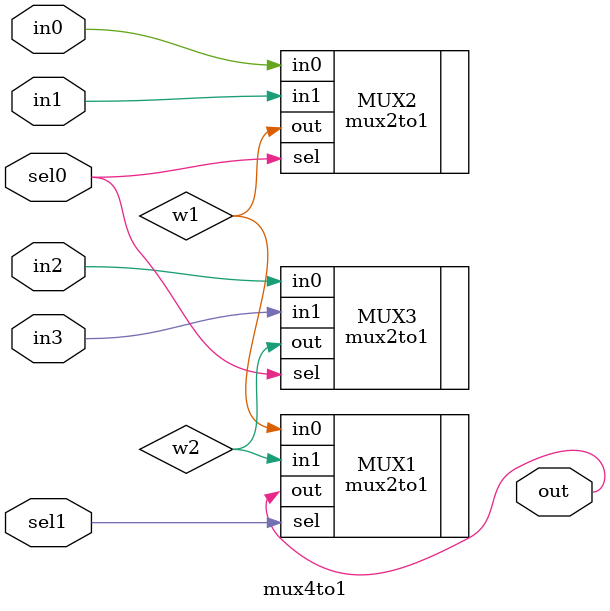
<source format=v>
/******************************************************************************************************************

This source code is a work of its author. No part of it should be copied and pasted for any commercial purpose. 
This code is purely for educational purposes. If required, this code can be cloned from GitHub repository.

Filename	: mux4to1.v

Description	: 4:1 Multiplexer Design

Author Name	: Deep Kar Sarkar

Version		: 1.0

*******************************************************************************************************************/

module mux4to1(in0, in1, in2, in3, sel0, sel1, out);

	//Defining the input and output ports
	input in0, in1, in2, in3, sel0, sel1;
	output out;
	
	//Defining the internal wires
	wire w1, w2;
	
	//Instantiating the 2:1 multiplexers using named-based port mapping
	mux2to1 MUX1(.in0(w1), .in1(w2), .sel(sel1), .out(out));
	mux2to1 MUX2(.in0(in0), .in1(in1), .sel(sel0), .out(w1));
	mux2to1 MUX3(.in0(in2), .in1(in3), .sel(sel0), .out(w2));

endmodule
</source>
